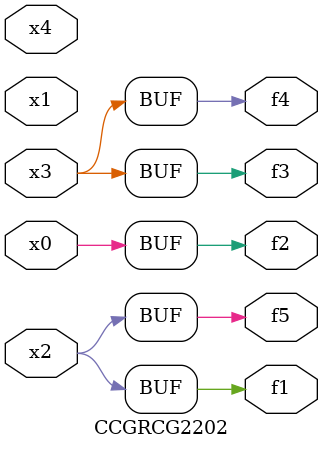
<source format=v>
module CCGRCG2202(
	input x0, x1, x2, x3, x4,
	output f1, f2, f3, f4, f5
);
	assign f1 = x2;
	assign f2 = x0;
	assign f3 = x3;
	assign f4 = x3;
	assign f5 = x2;
endmodule

</source>
